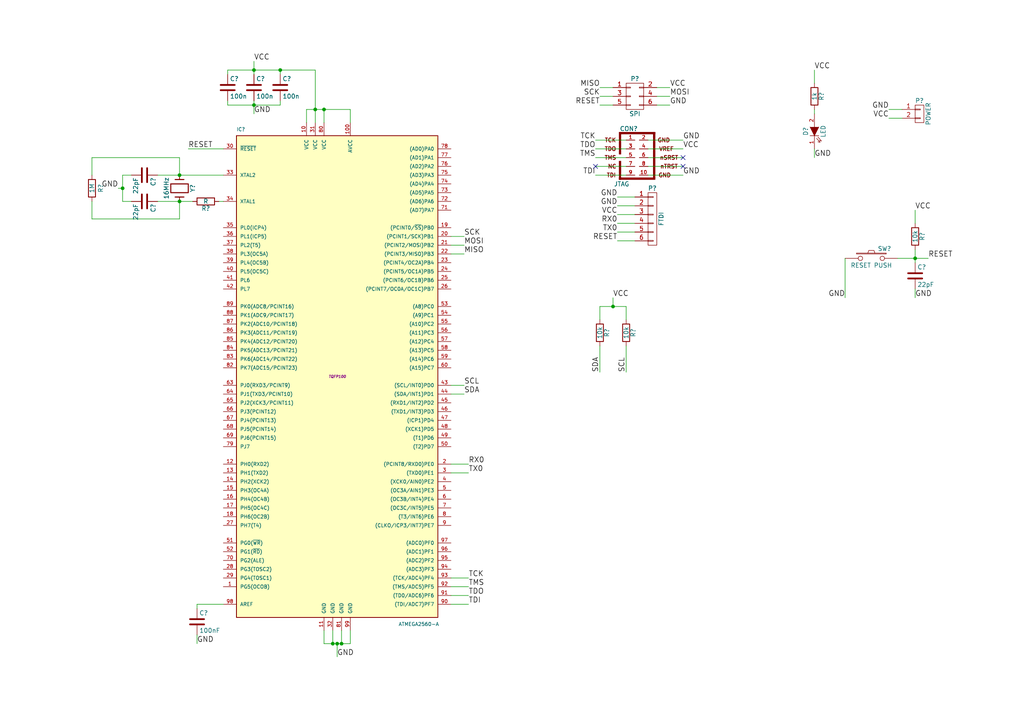
<source format=kicad_sch>
(kicad_sch (version 20230121) (generator eeschema)
  (paper "A4")
  (lib_symbols
    (symbol "core-rescue:ATMEGA2560-A" (pin_names (offset 1.016))
      (property "Reference" "IC" (at -29.21 71.12 0))
      (property "Value" "ATMEGA2560-A" (at 17.78 -72.39 0))
      (property "Footprint" "TQFP100" (at 0 0 0))
      (symbol "ATMEGA2560-A_0_1"
        (rectangle (start -29.21 69.85) (end 29.21 -69.85) (stroke (width 0.254)) (fill (type background)))
      )
      (symbol "ATMEGA2560-A_1_1"
        (pin bidirectional line (at -33.02 -60.96 0) (length 3.81) (name "PG5(OCOB)") (number "1"))
        (pin power_in line (at -8.89 73.66 270) (length 3.81) (name "VCC") (number "10"))
        (pin power_in line (at 3.81 73.66 270) (length 3.81) (name "AVCC") (number "100"))
        (pin power_in line (at -3.81 -73.66 90) (length 3.81) (name "GND") (number "11"))
        (pin bidirectional line (at -33.02 -25.4 0) (length 3.81) (name "PH0(RXD2)") (number "12"))
        (pin bidirectional line (at -33.02 -27.94 0) (length 3.81) (name "PH1(TXD2)") (number "13"))
        (pin bidirectional line (at -33.02 -30.48 0) (length 3.81) (name "PH2(XCK2)") (number "14"))
        (pin bidirectional line (at -33.02 -33.02 0) (length 3.81) (name "PH3(OC4A)") (number "15"))
        (pin bidirectional line (at -33.02 -35.56 0) (length 3.81) (name "PH4(OC4B)") (number "16"))
        (pin bidirectional line (at -33.02 -38.1 0) (length 3.81) (name "PH5(OC4C)") (number "17"))
        (pin bidirectional line (at -33.02 -40.64 0) (length 3.81) (name "PH6(OC2B)") (number "18"))
        (pin bidirectional line (at 33.02 43.18 180) (length 3.81) (name "(PCINT0/~{SS})PB0") (number "19"))
        (pin bidirectional line (at 33.02 -25.4 180) (length 3.81) (name "(PCINT8/RXD0)PE0") (number "2"))
        (pin bidirectional line (at 33.02 40.64 180) (length 3.81) (name "(PCINT1/SCK)PB1") (number "20"))
        (pin bidirectional line (at 33.02 38.1 180) (length 3.81) (name "(PCINT2/MOSI)PB2") (number "21"))
        (pin bidirectional line (at 33.02 35.56 180) (length 3.81) (name "(PCINT3/MISO)PB3") (number "22"))
        (pin bidirectional line (at 33.02 33.02 180) (length 3.81) (name "(PCINT4/OC2A)PB4") (number "23"))
        (pin bidirectional line (at 33.02 30.48 180) (length 3.81) (name "(PCINT5/OC1A)PB5") (number "24"))
        (pin bidirectional line (at 33.02 27.94 180) (length 3.81) (name "(PCINT6/OC1B)PB6") (number "25"))
        (pin bidirectional line (at 33.02 25.4 180) (length 3.81) (name "(PCINT7/OC0A/OC1C)PB7") (number "26"))
        (pin bidirectional line (at -33.02 -43.18 0) (length 3.81) (name "PH7(T4)") (number "27"))
        (pin bidirectional line (at -33.02 -55.88 0) (length 3.81) (name "PG3(TOSC2)") (number "28"))
        (pin bidirectional line (at -33.02 -58.42 0) (length 3.81) (name "PG4(TOSC1)") (number "29"))
        (pin bidirectional line (at 33.02 -27.94 180) (length 3.81) (name "(TXD0)PE1") (number "3"))
        (pin input line (at -33.02 66.04 0) (length 3.81) (name "~{RESET}") (number "30"))
        (pin power_in line (at -6.35 73.66 270) (length 3.81) (name "VCC") (number "31"))
        (pin power_in line (at -1.27 -73.66 90) (length 3.81) (name "GND") (number "32"))
        (pin bidirectional line (at -33.02 58.42 0) (length 3.81) (name "XTAL2") (number "33"))
        (pin bidirectional line (at -33.02 50.8 0) (length 3.81) (name "XTAL1") (number "34"))
        (pin bidirectional line (at -33.02 43.18 0) (length 3.81) (name "PL0(ICP4)") (number "35"))
        (pin bidirectional line (at -33.02 40.64 0) (length 3.81) (name "PL1(ICP5)") (number "36"))
        (pin bidirectional line (at -33.02 38.1 0) (length 3.81) (name "PL2(T5)") (number "37"))
        (pin bidirectional line (at -33.02 35.56 0) (length 3.81) (name "PL3(OC5A)") (number "38"))
        (pin bidirectional line (at -33.02 33.02 0) (length 3.81) (name "PL4(OC5B)") (number "39"))
        (pin bidirectional line (at 33.02 -30.48 180) (length 3.81) (name "(XCK0/AIN0)PE2") (number "4"))
        (pin bidirectional line (at -33.02 30.48 0) (length 3.81) (name "PL5(OC5C)") (number "40"))
        (pin bidirectional line (at -33.02 27.94 0) (length 3.81) (name "PL6") (number "41"))
        (pin bidirectional line (at -33.02 25.4 0) (length 3.81) (name "PL7") (number "42"))
        (pin bidirectional line (at 33.02 -2.54 180) (length 3.81) (name "(SCL/INT0)PD0") (number "43"))
        (pin bidirectional line (at 33.02 -5.08 180) (length 3.81) (name "(SDA/INT1)PD1") (number "44"))
        (pin bidirectional line (at 33.02 -7.62 180) (length 3.81) (name "(RXD1/INT2)PD2") (number "45"))
        (pin bidirectional line (at 33.02 -10.16 180) (length 3.81) (name "(TXD1/INT3)PD3") (number "46"))
        (pin bidirectional line (at 33.02 -12.7 180) (length 3.81) (name "(ICP1)PD4") (number "47"))
        (pin bidirectional line (at 33.02 -15.24 180) (length 3.81) (name "(XCK1)PD5") (number "48"))
        (pin bidirectional line (at 33.02 -17.78 180) (length 3.81) (name "(T1)PD6") (number "49"))
        (pin bidirectional line (at 33.02 -33.02 180) (length 3.81) (name "(OC3A/AIN1)PE3") (number "5"))
        (pin bidirectional line (at 33.02 -20.32 180) (length 3.81) (name "(T2)PD7") (number "50"))
        (pin bidirectional line (at -33.02 -48.26 0) (length 3.81) (name "PG0(~{WR})") (number "51"))
        (pin bidirectional line (at -33.02 -50.8 0) (length 3.81) (name "PG1(~{RD})") (number "52"))
        (pin output line (at 33.02 20.32 180) (length 3.81) (name "(A8)PC0") (number "53"))
        (pin output line (at 33.02 17.78 180) (length 3.81) (name "(A9)PC1") (number "54"))
        (pin output line (at 33.02 15.24 180) (length 3.81) (name "(A10)PC2") (number "55"))
        (pin output line (at 33.02 12.7 180) (length 3.81) (name "(A11)PC3") (number "56"))
        (pin output line (at 33.02 10.16 180) (length 3.81) (name "(A12)PC4") (number "57"))
        (pin output line (at 33.02 7.62 180) (length 3.81) (name "(A13)PC5") (number "58"))
        (pin output line (at 33.02 5.08 180) (length 3.81) (name "(A14)PC6") (number "59"))
        (pin bidirectional line (at 33.02 -35.56 180) (length 3.81) (name "(OC3B/INT4)PE4") (number "6"))
        (pin output line (at 33.02 2.54 180) (length 3.81) (name "(A15)PC7") (number "60"))
        (pin bidirectional line (at -33.02 -2.54 0) (length 3.81) (name "PJ0(RXD3/PCINT9)") (number "63"))
        (pin bidirectional line (at -33.02 -5.08 0) (length 3.81) (name "PJ1(TXD3/PCINT10)") (number "64"))
        (pin bidirectional line (at -33.02 -7.62 0) (length 3.81) (name "PJ2(XCK3/PCINT11)") (number "65"))
        (pin bidirectional line (at -33.02 -10.16 0) (length 3.81) (name "PJ3(PCINT12)") (number "66"))
        (pin bidirectional line (at -33.02 -12.7 0) (length 3.81) (name "PJ4(PCINT13)") (number "67"))
        (pin bidirectional line (at -33.02 -15.24 0) (length 3.81) (name "PJ5(PCINT14)") (number "68"))
        (pin bidirectional line (at -33.02 -17.78 0) (length 3.81) (name "PJ6(PCINT15)") (number "69"))
        (pin bidirectional line (at 33.02 -38.1 180) (length 3.81) (name "(OC3C/INT5)PE5") (number "7"))
        (pin bidirectional line (at -33.02 -53.34 0) (length 3.81) (name "PG2(ALE)") (number "70"))
        (pin bidirectional line (at 33.02 48.26 180) (length 3.81) (name "(AD7)PA7") (number "71"))
        (pin bidirectional line (at 33.02 50.8 180) (length 3.81) (name "(AD6)PA6") (number "72"))
        (pin bidirectional line (at 33.02 53.34 180) (length 3.81) (name "(AD5)PA5") (number "73"))
        (pin bidirectional line (at 33.02 55.88 180) (length 3.81) (name "(AD4)PA4") (number "74"))
        (pin bidirectional line (at 33.02 58.42 180) (length 3.81) (name "(AD3)PA3") (number "75"))
        (pin bidirectional line (at 33.02 60.96 180) (length 3.81) (name "(AD2)PA2") (number "76"))
        (pin bidirectional line (at 33.02 63.5 180) (length 3.81) (name "(AD1)PA1") (number "77"))
        (pin bidirectional line (at 33.02 66.04 180) (length 3.81) (name "(AD0)PA0") (number "78"))
        (pin bidirectional line (at -33.02 -20.32 0) (length 3.81) (name "PJ7") (number "79"))
        (pin bidirectional line (at 33.02 -40.64 180) (length 3.81) (name "(T3/INT6)PE6") (number "8"))
        (pin power_in line (at -3.81 73.66 270) (length 3.81) (name "VCC") (number "80"))
        (pin power_in line (at 1.27 -73.66 90) (length 3.81) (name "GND") (number "81"))
        (pin bidirectional line (at -33.02 2.54 0) (length 3.81) (name "PK7(ADC15/PCINT23)") (number "82"))
        (pin bidirectional line (at -33.02 5.08 0) (length 3.81) (name "PK6(ADC14/PCINT22)") (number "83"))
        (pin bidirectional line (at -33.02 7.62 0) (length 3.81) (name "PK5(ADC13/PCINT21)") (number "84"))
        (pin bidirectional line (at -33.02 10.16 0) (length 3.81) (name "PK4(ADC12/PCINT20)") (number "85"))
        (pin bidirectional line (at -33.02 12.7 0) (length 3.81) (name "PK3(ADC11/PCINT19)") (number "86"))
        (pin bidirectional line (at -33.02 15.24 0) (length 3.81) (name "PK2(ADC10/PCINT18)") (number "87"))
        (pin bidirectional line (at -33.02 17.78 0) (length 3.81) (name "PK1(ADC9/PCINT17)") (number "88"))
        (pin bidirectional line (at -33.02 20.32 0) (length 3.81) (name "PK0(ADC8/PCINT16)") (number "89"))
        (pin bidirectional line (at 33.02 -43.18 180) (length 3.81) (name "(CLKO/ICP3/INT7)PE7") (number "9"))
        (pin input line (at 33.02 -66.04 180) (length 3.81) (name "(TDI/ADC7)PF7") (number "90"))
        (pin input line (at 33.02 -63.5 180) (length 3.81) (name "(TD0/ADC6)PF6") (number "91"))
        (pin input line (at 33.02 -60.96 180) (length 3.81) (name "(TMS/ADC5)PF5") (number "92"))
        (pin input line (at 33.02 -58.42 180) (length 3.81) (name "(TCK/ADC4)PF4") (number "93"))
        (pin input line (at 33.02 -55.88 180) (length 3.81) (name "(ADC3)PF3") (number "94"))
        (pin input line (at 33.02 -53.34 180) (length 3.81) (name "(ADC2)PF2") (number "95"))
        (pin input line (at 33.02 -50.8 180) (length 3.81) (name "(ADC1)PF1") (number "96"))
        (pin input line (at 33.02 -48.26 180) (length 3.81) (name "(ADC0)PF0") (number "97"))
        (pin bidirectional line (at -33.02 -66.04 0) (length 3.81) (name "AREF") (number "98"))
        (pin power_in line (at 3.81 -73.66 90) (length 3.81) (name "GND") (number "99"))
      )
    )
    (symbol "core-rescue:AVR-JTAG-10" (pin_names (offset 1.016))
      (property "Reference" "CON" (at -4.318 8.382 0))
      (property "Value" "AVR-JTAG-10" (at -8.636 -8.382 0))
      (symbol "AVR-JTAG-10_0_0"
        (text "GND" (at 5.842 5.08 0) (effects (font (size 1.143 1.143) bold)))
        (text "NC" (at -9.144 -2.54 0) (effects (font (size 1.143 1.143) bold)))
      )
      (symbol "AVR-JTAG-10_0_1"
        (rectangle (start -7.112 -5.842) (end 3.302 -6.35) (fill (type outline)))
        (rectangle (start -7.112 -1.016) (end -6.604 -6.35) (fill (type outline)))
        (rectangle (start -6.604 7.366) (end -7.112 1.016) (fill (type outline)))
        (rectangle (start -6.604 7.366) (end 3.302 6.858) (fill (type outline)))
        (rectangle (start 2.794 7.366) (end 3.302 -5.842) (fill (type outline)))
      )
      (symbol "AVR-JTAG-10_1_0"
        (text "GND" (at 6.096 -5.08 0) (effects (font (size 1.143 1.143) bold)))
        (text "nSRST" (at 7.366 0 0) (effects (font (size 1.143 1.143) bold)))
        (text "nTRST" (at 7.366 -2.54 0) (effects (font (size 1.143 1.143) bold)))
        (text "TCK" (at -9.652 5.08 0) (effects (font (size 1.143 1.143) bold)))
        (text "TDI" (at -9.398 -5.08 0) (effects (font (size 1.143 1.143) bold)))
        (text "TDO" (at -9.652 2.54 0) (effects (font (size 1.143 1.143) bold)))
        (text "TMS" (at -9.652 0 0) (effects (font (size 1.143 1.143) bold)))
        (text "VREF" (at 6.604 2.54 0) (effects (font (size 1.143 1.143) bold)))
      )
      (symbol "AVR-JTAG-10_1_1"
        (pin passive line (at -5.08 5.08 0) (length 2.54) (name "~") (number "1"))
        (pin passive line (at 1.27 -5.08 180) (length 2.54) (name "~") (number "10"))
        (pin passive line (at 1.27 5.08 180) (length 2.54) (name "~") (number "2"))
        (pin passive line (at -5.08 2.54 0) (length 2.54) (name "~") (number "3"))
        (pin passive line (at 1.27 2.54 180) (length 2.54) (name "~") (number "4"))
        (pin passive line (at -5.08 0 0) (length 2.54) (name "~") (number "5"))
        (pin passive line (at 1.27 0 180) (length 2.54) (name "~") (number "6"))
        (pin passive line (at -5.08 -2.54 0) (length 2.54) (name "~") (number "7"))
        (pin passive line (at 1.27 -2.54 180) (length 2.54) (name "~") (number "8"))
        (pin passive line (at -5.08 -5.08 0) (length 2.54) (name "~") (number "9"))
      )
    )
    (symbol "core-rescue:C" (pin_numbers hide) (pin_names (offset 0.254))
      (property "Reference" "C" (at 0.635 2.54 0))
      (property "Value" "C" (at 0.635 -2.54 0))
      (symbol "C_0_1"
        (polyline (pts (xy -2.032 -0.762) (xy 2.032 -0.762)) (stroke (width 0.508)))
        (polyline (pts (xy -2.032 0.762) (xy 2.032 0.762)) (stroke (width 0.508)))
      )
      (symbol "C_1_1"
        (pin passive line (at 0 3.81 270) (length 2.794) (name "~") (number "1"))
        (pin passive line (at 0 -3.81 90) (length 2.794) (name "~") (number "2"))
      )
    )
    (symbol "core-rescue:CONN_01X02" (pin_names (offset 1.016) hide)
      (property "Reference" "P" (at 0 3.81 0))
      (property "Value" "CONN_01X02" (at 2.54 0 90))
      (symbol "CONN_01X02_0_1"
        (rectangle (start -1.27 -1.143) (end 0.254 -1.397))
        (rectangle (start -1.27 1.397) (end 0.254 1.143))
        (rectangle (start -1.27 2.54) (end 1.27 -2.54))
      )
      (symbol "CONN_01X02_1_1"
        (pin passive line (at -5.08 1.27 0) (length 3.81) (name "P1") (number "1"))
        (pin passive line (at -5.08 -1.27 0) (length 3.81) (name "P2") (number "2"))
      )
    )
    (symbol "core-rescue:CONN_01X06" (pin_names (offset 1.016) hide)
      (property "Reference" "P" (at 0 8.89 0))
      (property "Value" "CONN_01X06" (at 2.54 0 90))
      (symbol "CONN_01X06_0_1"
        (rectangle (start -1.27 -6.223) (end 0.254 -6.477))
        (rectangle (start -1.27 -3.683) (end 0.254 -3.937))
        (rectangle (start -1.27 -1.143) (end 0.254 -1.397))
        (rectangle (start -1.27 1.397) (end 0.254 1.143))
        (rectangle (start -1.27 3.937) (end 0.254 3.683))
        (rectangle (start -1.27 6.477) (end 0.254 6.223))
        (rectangle (start -1.27 7.62) (end 1.27 -7.62))
      )
      (symbol "CONN_01X06_1_1"
        (pin passive line (at -5.08 6.35 0) (length 3.81) (name "P1") (number "1"))
        (pin passive line (at -5.08 3.81 0) (length 3.81) (name "P2") (number "2"))
        (pin passive line (at -5.08 1.27 0) (length 3.81) (name "P3") (number "3"))
        (pin passive line (at -5.08 -1.27 0) (length 3.81) (name "P4") (number "4"))
        (pin passive line (at -5.08 -3.81 0) (length 3.81) (name "P5") (number "5"))
        (pin passive line (at -5.08 -6.35 0) (length 3.81) (name "P6") (number "6"))
      )
    )
    (symbol "core-rescue:CONN_02X03" (pin_names (offset 0.0254) hide)
      (property "Reference" "P" (at 0 5.08 0))
      (property "Value" "CONN_02X03" (at 0 -5.08 0))
      (symbol "CONN_02X03_0_1"
        (rectangle (start -2.54 -2.413) (end -1.27 -2.667))
        (rectangle (start -2.54 0.127) (end -1.27 -0.127))
        (rectangle (start -2.54 2.667) (end -1.27 2.413))
        (rectangle (start -2.54 3.81) (end 2.54 -3.81))
        (rectangle (start 1.27 -2.413) (end 2.54 -2.667))
        (rectangle (start 1.27 0.127) (end 2.54 -0.127))
        (rectangle (start 1.27 2.667) (end 2.54 2.413))
      )
      (symbol "CONN_02X03_1_1"
        (pin passive line (at -6.35 2.54 0) (length 3.81) (name "P1") (number "1"))
        (pin passive line (at 6.35 2.54 180) (length 3.81) (name "P2") (number "2"))
        (pin passive line (at -6.35 0 0) (length 3.81) (name "P3") (number "3"))
        (pin passive line (at 6.35 0 180) (length 3.81) (name "P4") (number "4"))
        (pin passive line (at -6.35 -2.54 0) (length 3.81) (name "P5") (number "5"))
        (pin passive line (at 6.35 -2.54 180) (length 3.81) (name "P6") (number "6"))
      )
    )
    (symbol "core-rescue:Crystal" (pin_numbers hide) (pin_names (offset 1.016) hide)
      (property "Reference" "Y" (at 0 3.81 0))
      (property "Value" "Crystal" (at 0 -3.81 0))
      (symbol "Crystal_0_1"
        (rectangle (start -1.27 2.54) (end 1.27 -2.54) (stroke (width 0.3048)))
        (polyline (pts (xy -2.54 -1.27) (xy -2.54 1.27)) (stroke (width 0.3048)))
        (polyline (pts (xy 2.54 -1.27) (xy 2.54 1.27)) (stroke (width 0.3048)))
      )
      (symbol "Crystal_1_1"
        (pin passive line (at -3.81 0 0) (length 1.27) (name "1") (number "1"))
        (pin passive line (at 3.81 0 180) (length 1.27) (name "2") (number "2"))
      )
    )
    (symbol "core-rescue:LED" (pin_names (offset 1.016) hide)
      (property "Reference" "D" (at 0 2.54 0))
      (property "Value" "LED" (at 0 -2.54 0))
      (symbol "LED_0_1"
        (polyline (pts (xy -1.27 1.27) (xy -1.27 -1.27)))
        (polyline (pts (xy -2.032 -0.635) (xy -3.175 -1.651) (xy -3.048 -1.016)))
        (polyline (pts (xy -1.651 -1.016) (xy -2.794 -2.032) (xy -2.667 -1.397)))
        (polyline (pts (xy 1.27 1.27) (xy -1.27 0) (xy 1.27 -1.27)) (fill (type outline)))
      )
      (symbol "LED_1_1"
        (pin passive line (at -5.08 0 0) (length 3.81) (name "K") (number "1"))
        (pin passive line (at 5.08 0 180) (length 3.81) (name "A") (number "2"))
      )
    )
    (symbol "core-rescue:R" (pin_numbers hide) (pin_names (offset 0))
      (property "Reference" "R" (at 2.032 0 90))
      (property "Value" "R" (at 0 0 90))
      (symbol "R_0_1"
        (rectangle (start -1.016 -2.54) (end 1.016 2.54) (stroke (width 0.254)))
      )
      (symbol "R_1_1"
        (pin passive line (at 0 3.81 270) (length 1.27) (name "~") (number "1"))
        (pin passive line (at 0 -3.81 90) (length 1.27) (name "~") (number "2"))
      )
    )
    (symbol "core-rescue:SW_PUSH" (pin_numbers hide) (pin_names (offset 1.016) hide)
      (property "Reference" "SW" (at 3.81 2.794 0))
      (property "Value" "SW_PUSH" (at 0 -2.032 0))
      (symbol "SW_PUSH_0_1"
        (rectangle (start -4.318 1.27) (end 4.318 1.524))
        (polyline (pts (xy -1.016 1.524) (xy -0.762 2.286) (xy 0.762 2.286) (xy 1.016 1.524)))
        (pin passive inverted (at -7.62 0 0) (length 5.08) (name "1") (number "1"))
        (pin passive inverted (at 7.62 0 180) (length 5.08) (name "2") (number "2"))
      )
    )
  )
  (junction (at 265.43 74.93))
  (junction (at 81.28 20.32))
  (junction (at 91.44 31.75))
  (junction (at 93.98 31.75))
  (junction (at 52.07 50.8))
  (junction (at 97.79 186.69))
  (junction (at 177.8 88.9))
  (junction (at 73.66 20.32))
  (junction (at 35.56 54.61))
  (junction (at 96.52 186.69))
  (junction (at 73.66 30.48))
  (junction (at 52.07 58.42))
  (junction (at 99.06 186.69))
  (no_connect (at 198.12 48.26))
  (no_connect (at 172.72 48.26))
  (no_connect (at 198.12 45.72))
  (wire (pts (xy 99.06 186.69) (xy 99.06 182.88)))
  (wire (pts (xy 130.81 71.12) (xy 134.62 71.12)))
  (wire (pts (xy 261.62 34.29) (xy 257.81 34.29)))
  (wire (pts (xy 91.44 31.75) (xy 91.44 35.56)))
  (wire (pts (xy 26.67 58.42) (xy 26.67 63.5)))
  (wire (pts (xy 26.67 63.5) (xy 52.07 63.5)))
  (wire (pts (xy 52.07 50.8) (xy 64.77 50.8)))
  (wire (pts (xy 184.15 67.31) (xy 179.07 67.31)))
  (wire (pts (xy 99.06 186.69) (xy 101.6 186.69)))
  (wire (pts (xy 172.72 40.64) (xy 181.61 40.64)))
  (wire (pts (xy 130.81 137.16) (xy 135.89 137.16)))
  (wire (pts (xy 260.35 74.93) (xy 265.43 74.93)))
  (wire (pts (xy 190.5 25.4) (xy 194.31 25.4)))
  (wire (pts (xy 181.61 45.72) (xy 172.72 45.72)))
  (wire (pts (xy 173.99 88.9) (xy 177.8 88.9)))
  (wire (pts (xy 64.77 43.18) (xy 54.61 43.18)))
  (wire (pts (xy 236.22 43.18) (xy 236.22 45.72)))
  (wire (pts (xy 190.5 27.94) (xy 194.31 27.94)))
  (wire (pts (xy 265.43 64.77) (xy 265.43 60.96)))
  (wire (pts (xy 130.81 172.72) (xy 135.89 172.72)))
  (wire (pts (xy 181.61 50.8) (xy 172.72 50.8)))
  (wire (pts (xy 184.15 69.85) (xy 179.07 69.85)))
  (wire (pts (xy 57.15 184.15) (xy 57.15 186.69)))
  (wire (pts (xy 73.66 30.48) (xy 81.28 30.48)))
  (wire (pts (xy 101.6 31.75) (xy 101.6 35.56)))
  (wire (pts (xy 181.61 107.95) (xy 181.61 100.33)))
  (wire (pts (xy 93.98 31.75) (xy 101.6 31.75)))
  (wire (pts (xy 184.15 62.23) (xy 179.07 62.23)))
  (wire (pts (xy 177.8 30.48) (xy 173.99 30.48)))
  (wire (pts (xy 64.77 175.26) (xy 57.15 175.26)))
  (wire (pts (xy 81.28 30.48) (xy 81.28 29.21)))
  (wire (pts (xy 173.99 92.71) (xy 173.99 88.9)))
  (wire (pts (xy 187.96 40.64) (xy 198.12 40.64)))
  (wire (pts (xy 97.79 186.69) (xy 99.06 186.69)))
  (wire (pts (xy 63.5 58.42) (xy 64.77 58.42)))
  (wire (pts (xy 187.96 50.8) (xy 198.12 50.8)))
  (wire (pts (xy 177.8 25.4) (xy 173.99 25.4)))
  (wire (pts (xy 52.07 45.72) (xy 52.07 50.8)))
  (wire (pts (xy 184.15 64.77) (xy 179.07 64.77)))
  (wire (pts (xy 265.43 72.39) (xy 265.43 74.93)))
  (wire (pts (xy 130.81 114.3) (xy 134.62 114.3)))
  (wire (pts (xy 173.99 107.95) (xy 173.99 100.33)))
  (wire (pts (xy 26.67 50.8) (xy 26.67 45.72)))
  (wire (pts (xy 66.04 20.32) (xy 73.66 20.32)))
  (wire (pts (xy 35.56 58.42) (xy 38.1 58.42)))
  (wire (pts (xy 130.81 170.18) (xy 135.89 170.18)))
  (wire (pts (xy 52.07 63.5) (xy 52.07 58.42)))
  (wire (pts (xy 101.6 186.69) (xy 101.6 182.88)))
  (wire (pts (xy 181.61 48.26) (xy 172.72 48.26)))
  (wire (pts (xy 187.96 48.26) (xy 198.12 48.26)))
  (wire (pts (xy 45.72 58.42) (xy 52.07 58.42)))
  (wire (pts (xy 261.62 31.75) (xy 257.81 31.75)))
  (wire (pts (xy 93.98 186.69) (xy 96.52 186.69)))
  (wire (pts (xy 96.52 186.69) (xy 96.52 182.88)))
  (wire (pts (xy 177.8 27.94) (xy 173.99 27.94)))
  (wire (pts (xy 184.15 59.69) (xy 179.07 59.69)))
  (wire (pts (xy 236.22 33.02) (xy 236.22 31.75)))
  (wire (pts (xy 45.72 50.8) (xy 52.07 50.8)))
  (wire (pts (xy 265.43 83.82) (xy 265.43 86.36)))
  (wire (pts (xy 97.79 186.69) (xy 97.79 190.5)))
  (wire (pts (xy 181.61 88.9) (xy 181.61 92.71)))
  (wire (pts (xy 73.66 29.21) (xy 73.66 30.48)))
  (wire (pts (xy 184.15 57.15) (xy 179.07 57.15)))
  (wire (pts (xy 57.15 175.26) (xy 57.15 176.53)))
  (wire (pts (xy 66.04 21.59) (xy 66.04 20.32)))
  (wire (pts (xy 73.66 20.32) (xy 73.66 21.59)))
  (wire (pts (xy 91.44 20.32) (xy 91.44 31.75)))
  (wire (pts (xy 177.8 88.9) (xy 181.61 88.9)))
  (wire (pts (xy 35.56 54.61) (xy 34.29 54.61)))
  (wire (pts (xy 130.81 111.76) (xy 134.62 111.76)))
  (wire (pts (xy 96.52 186.69) (xy 97.79 186.69)))
  (wire (pts (xy 88.9 31.75) (xy 91.44 31.75)))
  (wire (pts (xy 73.66 20.32) (xy 81.28 20.32)))
  (wire (pts (xy 187.96 43.18) (xy 198.12 43.18)))
  (wire (pts (xy 130.81 68.58) (xy 134.62 68.58)))
  (wire (pts (xy 172.72 43.18) (xy 181.61 43.18)))
  (wire (pts (xy 245.11 74.93) (xy 245.11 86.36)))
  (wire (pts (xy 35.56 50.8) (xy 35.56 54.61)))
  (wire (pts (xy 236.22 24.13) (xy 236.22 20.32)))
  (wire (pts (xy 26.67 45.72) (xy 52.07 45.72)))
  (wire (pts (xy 130.81 167.64) (xy 135.89 167.64)))
  (wire (pts (xy 81.28 20.32) (xy 91.44 20.32)))
  (wire (pts (xy 52.07 58.42) (xy 55.88 58.42)))
  (wire (pts (xy 130.81 134.62) (xy 135.89 134.62)))
  (wire (pts (xy 73.66 30.48) (xy 73.66 33.02)))
  (wire (pts (xy 265.43 74.93) (xy 265.43 76.2)))
  (wire (pts (xy 187.96 45.72) (xy 198.12 45.72)))
  (wire (pts (xy 88.9 35.56) (xy 88.9 31.75)))
  (wire (pts (xy 66.04 29.21) (xy 66.04 30.48)))
  (wire (pts (xy 265.43 74.93) (xy 269.24 74.93)))
  (wire (pts (xy 73.66 17.78) (xy 73.66 20.32)))
  (wire (pts (xy 177.8 88.9) (xy 177.8 86.36)))
  (wire (pts (xy 35.56 54.61) (xy 35.56 58.42)))
  (wire (pts (xy 66.04 30.48) (xy 73.66 30.48)))
  (wire (pts (xy 91.44 31.75) (xy 93.98 31.75)))
  (wire (pts (xy 38.1 50.8) (xy 35.56 50.8)))
  (wire (pts (xy 93.98 182.88) (xy 93.98 186.69)))
  (wire (pts (xy 93.98 31.75) (xy 93.98 35.56)))
  (wire (pts (xy 194.31 30.48) (xy 190.5 30.48)))
  (wire (pts (xy 130.81 73.66) (xy 134.62 73.66)))
  (wire (pts (xy 81.28 20.32) (xy 81.28 21.59)))
  (wire (pts (xy 130.81 175.26) (xy 135.89 175.26)))
  (label "GND" (at 265.43 86.36 0) (effects (font (size 1.524 1.524))))
  (label "RX0" (at 135.89 134.62 0) (effects (font (size 1.524 1.524))))
  (label "RESET" (at 54.61 43.18 0) (effects (font (size 1.524 1.524))))
  (label "GND" (at 198.12 40.64 0) (effects (font (size 1.524 1.524))))
  (label "RX0" (at 179.07 64.77 180) (effects (font (size 1.524 1.524))))
  (label "GND" (at 236.22 45.72 0) (effects (font (size 1.524 1.524))))
  (label "SCL" (at 181.61 107.95 90) (effects (font (size 1.524 1.524))))
  (label "VCC" (at 179.07 62.23 180) (effects (font (size 1.524 1.524))))
  (label "VCC" (at 265.43 60.96 0) (effects (font (size 1.524 1.524))))
  (label "MISO" (at 173.99 25.4 180) (effects (font (size 1.524 1.524))))
  (label "SCL" (at 134.62 111.76 0) (effects (font (size 1.524 1.524))))
  (label "VCC" (at 73.66 17.78 0) (effects (font (size 1.524 1.524))))
  (label "VCC" (at 194.31 25.4 0) (effects (font (size 1.524 1.524))))
  (label "MISO" (at 134.62 73.66 0) (effects (font (size 1.524 1.524))))
  (label "MOSI" (at 194.31 27.94 0) (effects (font (size 1.524 1.524))))
  (label "VCC" (at 236.22 20.32 0) (effects (font (size 1.524 1.524))))
  (label "TMS" (at 172.72 45.72 180) (effects (font (size 1.524 1.524))))
  (label "GND" (at 194.31 30.48 0) (effects (font (size 1.524 1.524))))
  (label "RESET" (at 173.99 30.48 180) (effects (font (size 1.524 1.524))))
  (label "GND" (at 245.11 86.36 180) (effects (font (size 1.524 1.524))))
  (label "SDA" (at 173.99 107.95 90) (effects (font (size 1.524 1.524))))
  (label "TDI" (at 172.72 50.8 180) (effects (font (size 1.524 1.524))))
  (label "TDO" (at 135.89 172.72 0) (effects (font (size 1.524 1.524))))
  (label "MOSI" (at 134.62 71.12 0) (effects (font (size 1.524 1.524))))
  (label "TCK" (at 135.89 167.64 0) (effects (font (size 1.524 1.524))))
  (label "VCC" (at 257.81 34.29 180) (effects (font (size 1.524 1.524))))
  (label "TX0" (at 135.89 137.16 0) (effects (font (size 1.524 1.524))))
  (label "VCC" (at 177.8 86.36 0) (effects (font (size 1.524 1.524))))
  (label "GND" (at 179.07 59.69 180) (effects (font (size 1.524 1.524))))
  (label "TCK" (at 172.72 40.64 180) (effects (font (size 1.524 1.524))))
  (label "TDI" (at 135.89 175.26 0) (effects (font (size 1.524 1.524))))
  (label "GND" (at 179.07 57.15 180) (effects (font (size 1.524 1.524))))
  (label "GND" (at 57.15 186.69 0) (effects (font (size 1.524 1.524))))
  (label "RESET" (at 269.24 74.93 0) (effects (font (size 1.524 1.524))))
  (label "TX0" (at 179.07 67.31 180) (effects (font (size 1.524 1.524))))
  (label "GND" (at 198.12 50.8 0) (effects (font (size 1.524 1.524))))
  (label "SCK" (at 134.62 68.58 0) (effects (font (size 1.524 1.524))))
  (label "GND" (at 97.79 190.5 0) (effects (font (size 1.524 1.524))))
  (label "SDA" (at 134.62 114.3 0) (effects (font (size 1.524 1.524))))
  (label "GND" (at 257.81 31.75 180) (effects (font (size 1.524 1.524))))
  (label "TMS" (at 135.89 170.18 0) (effects (font (size 1.524 1.524))))
  (label "GND" (at 73.66 33.02 0) (effects (font (size 1.524 1.524))))
  (label "VCC" (at 198.12 43.18 0) (effects (font (size 1.524 1.524))))
  (label "RESET" (at 179.07 69.85 180) (effects (font (size 1.524 1.524))))
  (label "TDO" (at 172.72 43.18 180) (effects (font (size 1.524 1.524))))
  (label "SCK" (at 173.99 27.94 180) (effects (font (size 1.524 1.524))))
  (label "GND" (at 34.29 54.61 180) (effects (font (size 1.524 1.524))))
  (symbol (lib_id "core-rescue:R") (at 59.69 58.42 270) (unit 1)
    (property "Reference" "R?" (at 59.69 60.452 90))
    (property "Value" "R" (at 59.69 58.42 90))
    (instances (project "core" (path "" (reference "R?") (unit 1))) (project "Brug sketches" (path "" (reference "R22") (unit 1))))
  )
  (symbol (lib_id "core-rescue:CONN_01X02") (at 266.7 33.02 0) (unit 1)
    (property "Reference" "P?" (at 266.7 29.21 0))
    (property "Value" "POWER" (at 269.24 33.02 90))
    (instances (project "core" (path "" (reference "P?") (unit 1))) (project "Brug sketches" (path "" (reference "P3") (unit 1))))
  )
  (symbol (lib_id "core-rescue:CONN_01X06") (at 189.23 63.5 0) (unit 1)
    (property "Reference" "P?" (at 189.23 54.61 0))
    (property "Value" "FTDI" (at 191.77 63.5 90))
    (instances (project "core" (path "" (reference "P?") (unit 1))) (project "Brug sketches" (path "" (reference "P2") (unit 1))))
  )
  (symbol (lib_id "core-rescue:R") (at 236.22 27.94 0) (unit 1)
    (property "Reference" "R?" (at 238.252 27.94 90))
    (property "Value" "1k" (at 236.22 27.94 90))
    (instances (project "core" (path "" (reference "R?") (unit 1))) (project "Brug sketches" (path "" (reference "R25") (unit 1))))
  )
  (symbol (lib_id "core-rescue:C") (at 57.15 180.34 0) (unit 1)
    (property "Reference" "C?" (at 57.785 177.8 0) (effects (justify left)))
    (property "Value" "100nF" (at 57.785 182.88 0) (effects (justify left)))
    (instances (project "core" (path "" (reference "C?") (unit 1))) (project "Brug sketches" (path "" (reference "C17") (unit 1))))
  )
  (symbol (lib_id "core-rescue:R") (at 26.67 54.61 0) (unit 1)
    (property "Reference" "R?" (at 29.21 54.61 90))
    (property "Value" "1M" (at 26.67 54.61 90))
    (instances (project "core" (path "" (reference "R?") (unit 1))) (project "Brug sketches" (path "" (reference "R21") (unit 1))))
  )
  (symbol (lib_id "core-rescue:AVR-JTAG-10") (at 186.69 45.72 0) (unit 1)
    (property "Reference" "CON?" (at 182.372 37.338 0))
    (property "Value" "JTAG" (at 178.054 54.102 0) (effects (justify left bottom)))
    (property "Footprint" "AVR-JTAG-10" (effects hide))
    (instances (project "core" (path "" (reference "CON?") (unit 1))) (project "Brug sketches" (path "" (reference "CON1") (unit 1))))
  )
  (symbol (lib_id "core-rescue:C") (at 81.28 25.4 0) (unit 1)
    (property "Reference" "C?" (at 81.915 22.86 0) (effects (justify left)))
    (property "Value" "100n" (at 81.915 27.94 0) (effects (justify left)))
    (instances (project "core" (path "" (reference "C?") (unit 1))) (project "Brug sketches" (path "" (reference "C20") (unit 1))))
  )
  (symbol (lib_id "core-rescue:CONN_02X03") (at 184.15 27.94 0) (unit 1)
    (property "Reference" "P?" (at 184.15 22.86 0))
    (property "Value" "SPI" (at 184.15 33.02 0))
    (instances (project "core" (path "" (reference "P?") (unit 1))) (project "Brug sketches" (path "" (reference "P1") (unit 1))))
  )
  (symbol (lib_id "core-rescue:C") (at 41.91 58.42 270) (unit 1)
    (property "Reference" "C?" (at 44.45 59.055 0) (effects (justify left)))
    (property "Value" "22pF" (at 39.37 59.055 0) (effects (justify left)))
    (instances (project "core" (path "" (reference "C?") (unit 1))) (project "Brug sketches" (path "" (reference "C16") (unit 1))))
  )
  (symbol (lib_id "core-rescue:R") (at 173.99 96.52 0) (unit 1)
    (property "Reference" "R?" (at 176.022 96.52 90))
    (property "Value" "10k" (at 173.99 96.52 90))
    (instances (project "core" (path "" (reference "R?") (unit 1))) (project "Brug sketches" (path "" (reference "R23") (unit 1))))
  )
  (symbol (lib_id "core-rescue:C") (at 265.43 80.01 0) (unit 1)
    (property "Reference" "C?" (at 266.065 77.47 0) (effects (justify left)))
    (property "Value" "22pF" (at 266.065 82.55 0) (effects (justify left)))
    (instances (project "core" (path "" (reference "C?") (unit 1))) (project "Brug sketches" (path "" (reference "C21") (unit 1))))
  )
  (symbol (lib_id "core-rescue:R") (at 265.43 68.58 0) (unit 1)
    (property "Reference" "R?" (at 267.462 68.58 90))
    (property "Value" "10k" (at 265.43 68.58 90))
    (instances (project "core" (path "" (reference "R?") (unit 1))) (project "Brug sketches" (path "" (reference "R26") (unit 1))))
  )
  (symbol (lib_id "core-rescue:LED") (at 236.22 38.1 90) (unit 1)
    (property "Reference" "D?" (at 233.68 38.1 0))
    (property "Value" "LED" (at 238.76 38.1 0))
    (instances (project "core" (path "" (reference "D?") (unit 1))) (project "Brug sketches" (path "" (reference "D19") (unit 1))))
  )
  (symbol (lib_id "core-rescue:C") (at 73.66 25.4 0) (unit 1)
    (property "Reference" "C?" (at 74.295 22.86 0) (effects (justify left)))
    (property "Value" "100n" (at 74.295 27.94 0) (effects (justify left)))
    (instances (project "core" (path "" (reference "C?") (unit 1))) (project "Brug sketches" (path "" (reference "C19") (unit 1))))
  )
  (symbol (lib_id "core-rescue:SW_PUSH") (at 252.73 74.93 0) (unit 1)
    (property "Reference" "SW?" (at 256.54 72.136 0))
    (property "Value" "RESET PUSH" (at 252.73 76.962 0))
    (instances (project "core" (path "" (reference "SW?") (unit 1))) (project "Brug sketches" (path "" (reference "SW1") (unit 1))))
  )
  (symbol (lib_id "core-rescue:C") (at 66.04 25.4 0) (unit 1)
    (property "Reference" "C?" (at 66.675 22.86 0) (effects (justify left)))
    (property "Value" "100n" (at 66.675 27.94 0) (effects (justify left)))
    (instances (project "core" (path "" (reference "C?") (unit 1))) (project "Brug sketches" (path "" (reference "C18") (unit 1))))
  )
  (symbol (lib_id "core-rescue:R") (at 181.61 96.52 0) (unit 1)
    (property "Reference" "R?" (at 183.642 96.52 90))
    (property "Value" "10k" (at 181.61 96.52 90))
    (instances (project "core" (path "" (reference "R?") (unit 1))) (project "Brug sketches" (path "" (reference "R24") (unit 1))))
  )
  (symbol (lib_id "core-rescue:Crystal") (at 52.07 54.61 270) (unit 1)
    (property "Reference" "Y?" (at 55.88 54.61 0))
    (property "Value" "16MHz" (at 48.26 54.61 0))
    (instances (project "core" (path "" (reference "Y?") (unit 1))) (project "Brug sketches" (path "" (reference "Y2") (unit 1))))
  )
  (symbol (lib_id "core-rescue:C") (at 41.91 50.8 270) (unit 1)
    (property "Reference" "C?" (at 44.45 51.435 0) (effects (justify left)))
    (property "Value" "22pF" (at 39.37 51.435 0) (effects (justify left)))
    (instances (project "core" (path "" (reference "C?") (unit 1))) (project "Brug sketches" (path "" (reference "C15") (unit 1))))
  )
  (symbol (lib_id "core-rescue:ATMEGA2560-A") (at 97.79 109.22 0) (unit 1)
    (property "Reference" "IC?" (at 68.58 38.1 0) (effects (font (size 1.016 1.016)) (justify left bottom)))
    (property "Value" "ATMEGA2560-A" (at 115.57 181.61 0) (effects (font (size 1.016 1.016)) (justify left bottom)))
    (property "Footprint" "TQFP100" (at 97.79 109.22 0) (effects (font (size 0.762 0.762) italic)))
    (instances (project "core" (path "" (reference "IC?") (unit 1))) (project "Brug sketches" (path "" (reference "IC2") (unit 1))))
  )
)
</source>
